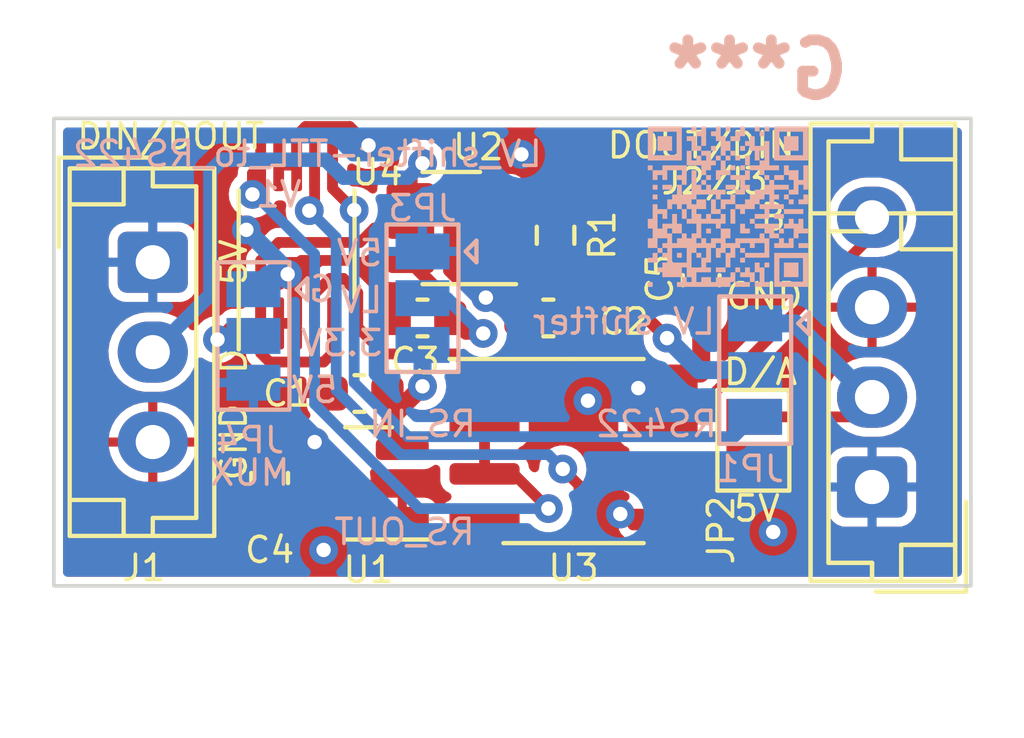
<source format=kicad_pcb>
(kicad_pcb (version 20211014) (generator pcbnew)
  (layers (0 "F.Cu" signal) (31 "B.Cu" signal) (34 "B.Paste" user) (35 "F.Paste" user) (36 "B.SilkS" user "B.Silkscreen") (37 "F.SilkS" user "F.Silkscreen") (38 "B.Mask" user) (39 "F.Mask" user) (44 "Edge.Cuts" user))
  (net 0 "")
  (net 1 "GND")
  (net 2 "+3V3")
  (net 3 "+5V")
  (net 4 "LV_A")
  (net 5 "DOUT{slash}A")
  (net 6 "B")
  (net 7 "LV_B")
  (net 8 "RS")
  (net 9 "MUX")
  (net 10 "RS_Enable")
  (net 11 "Receiver")
  (net 12 "Driver")
  (net 13 "Net-(JP3-Pad2)")
  (net 14 "Net-(U2-Pad3)")
  (net 15 "Net-(U3-Pad6)")
  (footprint "Capacitor_SMD:C_0603_1608Metric" (layer "F.Cu") (at 138.5 80.8)
    (fp_text reference "C2" (at 2.1 0.1) (layer "F.SilkS") (effects (font (size 0.7 0.7) (thickness 0.1))))
    (fp_text value "0.1uF")
    (pad "1" smd roundrect (at -0.775 0) (size 0.9 0.95) (layers "F.Cu" "F.Paste" "F.Mask") (net 3 "+5V"))
    (pad "2" smd roundrect (at 0.775 0) (size 0.9 0.95) (layers "F.Cu" "F.Paste" "F.Mask") (net 1 "GND"))
  )
  (footprint "Resistor_SMD:R_0603_1608Metric" (layer "F.Cu") (at 138.7 78.5 90)
    (fp_text reference "R1" (at 0 1.3 90) (layer "F.SilkS") (effects (font (size 0.7 0.7) (thickness 0.1))))
    (fp_text value "150")
    (pad "1" smd roundrect (at -0.825 0 90) (size 0.8 0.95) (layers "F.Cu" "F.Paste" "F.Mask") (net 4 "LV_A"))
    (pad "2" smd roundrect (at 0.825 0 90) (size 0.8 0.95) (layers "F.Cu" "F.Paste" "F.Mask") (net 14 "Net-(U2-Pad3)"))
  )
  (footprint "Package_TO_SOT_SMD:SOT-23-6" (layer "F.Cu") (at 135.8 78.3 180)
    (fp_text reference "U2" (at -0.75 2.25) (layer "F.SilkS") (effects (font (size 0.7 0.7) (thickness 0.1))))
    (fp_text value "SN74LVC1T45DBV")
    (pad "1" smd roundrect (at -1.1375 -0.95 180) (size 1.325 0.6) (layers "F.Cu" "F.Paste" "F.Mask") (net 3 "+5V"))
    (pad "2" smd roundrect (at -1.1375 0 180) (size 1.325 0.6) (layers "F.Cu" "F.Paste" "F.Mask") (net 1 "GND"))
    (pad "3" smd roundrect (at -1.1375 0.95 180) (size 1.325 0.6) (layers "F.Cu" "F.Paste" "F.Mask") (net 14 "Net-(U2-Pad3)"))
    (pad "4" smd roundrect (at 1.1375 0.95 180) (size 1.325 0.6) (layers "F.Cu" "F.Paste" "F.Mask") (net 7 "LV_B"))
    (pad "5" smd roundrect (at 1.1375 0 180) (size 1.325 0.6) (layers "F.Cu" "F.Paste" "F.Mask") (net 9 "MUX"))
    (pad "6" smd roundrect (at 1.1375 -0.95 180) (size 1.325 0.6) (layers "F.Cu" "F.Paste" "F.Mask") (net 13 "Net-(JP3-Pad2)"))
  )
  (footprint "Package_SO:SOIC-8_3.9x4.9mm_P1.27mm" (layer "F.Cu") (at 139.2 84.5)
    (fp_text reference "U3" (at 0 3.25) (layer "F.SilkS") (effects (font (size 0.7 0.7) (thickness 0.1))))
    (fp_text value "SN75176AD")
    (pad "1" smd roundrect (at -2.475 -1.905) (size 1.95 0.6) (layers "F.Cu" "F.Paste" "F.Mask") (net 11 "Receiver"))
    (pad "2" smd roundrect (at -2.475 -0.635) (size 1.95 0.6) (layers "F.Cu" "F.Paste" "F.Mask") (net 10 "RS_Enable"))
    (pad "3" smd roundrect (at -2.475 0.635) (size 1.95 0.6) (layers "F.Cu" "F.Paste" "F.Mask") (net 10 "RS_Enable"))
    (pad "4" smd roundrect (at -2.475 1.905) (size 1.95 0.6) (layers "F.Cu" "F.Paste" "F.Mask") (net 12 "Driver"))
    (pad "5" smd roundrect (at 2.475 1.905) (size 1.95 0.6) (layers "F.Cu" "F.Paste" "F.Mask") (net 1 "GND"))
    (pad "6" smd roundrect (at 2.475 0.635) (size 1.95 0.6) (layers "F.Cu" "F.Paste" "F.Mask") (net 15 "Net-(U3-Pad6)"))
    (pad "7" smd roundrect (at 2.475 -0.635) (size 1.95 0.6) (layers "F.Cu" "F.Paste" "F.Mask") (net 6 "B"))
    (pad "8" smd roundrect (at 2.475 -1.905) (size 1.95 0.6) (layers "F.Cu" "F.Paste" "F.Mask") (net 3 "+5V"))
  )
  (footprint "Capacitor_SMD:C_0603_1608Metric" (layer "F.Cu") (at 133.25 82.9)
    (fp_text reference "C1" (at -2 0) (layer "F.SilkS") (effects (font (size 0.7 0.7) (thickness 0.1))))
    (fp_text value "0.1uF")
    (pad "1" smd roundrect (at -0.775 0) (size 0.9 0.95) (layers "F.Cu" "F.Paste" "F.Mask") (net 1 "GND"))
    (pad "2" smd roundrect (at 0.775 0) (size 0.9 0.95) (layers "F.Cu" "F.Paste" "F.Mask") (net 2 "+3V3"))
  )
  (footprint "Connector_JST:JST_EH_B3B-EH-A_1x03_P2.50mm_Vertical" (layer "F.Cu") (at 147.5 85.5 90)
    (fp_text reference "J2" (at 8.5 -5.25 180) (layer "F.SilkS") (effects (font (size 0.7 0.7) (thickness 0.1))))
    (fp_text value "Conn_01x03_Female")
    (pad "1" thru_hole roundrect (at 0 0 90) (size 1.7 1.95) (drill 0.95) (layers *.Cu *.Mask) (roundrect_rratio 0.1470588235) (net 3 "+5V"))
    (pad "2" thru_hole oval (at 2.5 0 90) (size 1.7 1.95) (drill 0.95) (layers *.Cu *.Mask) (net 5 "DOUT{slash}A"))
    (pad "3" thru_hole oval (at 5 0 90) (size 1.7 1.95) (drill 0.95) (layers *.Cu *.Mask) (net 1 "GND"))
  )
  (footprint "Capacitor_SMD:C_0603_1608Metric" (layer "F.Cu") (at 142.75 79.75 -90)
    (fp_text reference "C5" (at -0.05 1.15 -90) (layer "F.SilkS") (effects (font (size 0.7 0.7) (thickness 0.1))))
    (fp_text value "0.1uF")
    (pad "1" smd roundrect (at -0.775 0 270) (size 0.9 0.95) (layers "F.Cu" "F.Paste" "F.Mask") (net 1 "GND"))
    (pad "2" smd roundrect (at 0.775 0 270) (size 0.9 0.95) (layers "F.Cu" "F.Paste" "F.Mask") (net 3 "+5V"))
  )
  (footprint "Connector_JST:JST_EH_B4B-EH-A_1x04_P2.50mm_Vertical" (layer "F.Cu") (at 147.5 85.5 90)
    (fp_text reference "J3" (at 8.5 -3.5 180) (layer "F.SilkS") (effects (font (size 0.7 0.7) (thickness 0.1))))
    (fp_text value "Conn_01x04_Female")
    (pad "1" thru_hole roundrect (at 0 0 90) (size 1.7 1.95) (drill 0.95) (layers *.Cu *.Mask) (roundrect_rratio 0.1470588235) (net 3 "+5V"))
    (pad "2" thru_hole oval (at 2.5 0 90) (size 1.7 1.95) (drill 0.95) (layers *.Cu *.Mask) (net 5 "DOUT{slash}A"))
    (pad "3" thru_hole oval (at 5 0 90) (size 1.7 1.95) (drill 0.95) (layers *.Cu *.Mask) (net 1 "GND"))
    (pad "4" thru_hole oval (at 7.5 0 90) (size 1.7 1.95) (drill 0.95) (layers *.Cu *.Mask) (net 6 "B"))
  )
  (footprint "Capacitor_SMD:C_0603_1608Metric" (layer "F.Cu") (at 130.75 85.25 90)
    (fp_text reference "C4" (at -2 0 180) (layer "F.SilkS") (effects (font (size 0.7 0.7) (thickness 0.1))))
    (fp_text value "0.1uF")
    (pad "1" smd roundrect (at -0.775 0 90) (size 0.9 0.95) (layers "F.Cu" "F.Paste" "F.Mask") (net 1 "GND"))
    (pad "2" smd roundrect (at 0.775 0 90) (size 0.9 0.95) (layers "F.Cu" "F.Paste" "F.Mask") (net 3 "+5V"))
  )
  (footprint "Package_TO_SOT_SMD:SOT-23" (layer "F.Cu") (at 133.5 85.4 180)
    (fp_text reference "U1" (at 0 -2.4) (layer "F.SilkS") (effects (font (size 0.7 0.7) (thickness 0.1))))
    (fp_text value "ME6211A33M3G-N")
    (pad "1" smd roundrect (at -0.9375 -0.95 180) (size 1.475 0.6) (layers "F.Cu" "F.Paste" "F.Mask") (net 1 "GND"))
    (pad "2" smd roundrect (at -0.9375 0.95 180) (size 1.475 0.6) (layers "F.Cu" "F.Paste" "F.Mask") (net 2 "+3V3"))
    (pad "3" smd roundrect (at 0.9375 0 180) (size 1.475 0.6) (layers "F.Cu" "F.Paste" "F.Mask") (net 3 "+5V"))
  )
  (footprint "Package_SO:VSSOP-10_3x3mm_P0.5mm" (layer "F.Cu") (at 131.5 78.75 90)
    (fp_text reference "U4" (at 2 2.25 180) (layer "F.SilkS") (effects (font (size 0.7 0.7) (thickness 0.1))))
    (fp_text value "TS5A23159DGS")
    (pad "1" smd roundrect (at -2.2 -1 90) (size 1.45 0.3) (layers "F.Cu" "F.Paste" "F.Mask") (net 9 "MUX"))
    (pad "2" smd roundrect (at -2.2 -0.5 90) (size 1.45 0.3) (layers "F.Cu" "F.Paste" "F.Mask") (net 1 "GND"))
    (pad "3" smd roundrect (at -2.2 0 90) (size 1.45 0.3) (layers "F.Cu" "F.Paste" "F.Mask") (net 1 "GND"))
    (pad "4" smd roundrect (at -2.2 0.5 90) (size 1.45 0.3) (layers "F.Cu" "F.Paste" "F.Mask") (net 11 "Receiver"))
    (pad "5" smd roundrect (at -2.2 1 90) (size 1.45 0.3) (layers "F.Cu" "F.Paste" "F.Mask") (net 9 "MUX"))
    (pad "6" smd roundrect (at 2.2 1 90) (size 1.45 0.3) (layers "F.Cu" "F.Paste" "F.Mask") (net 8 "RS"))
    (pad "7" smd roundrect (at 2.2 0.5 90) (size 1.45 0.3) (layers "F.Cu" "F.Paste" "F.Mask") (net 12 "Driver"))
    (pad "8" smd roundrect (at 2.2 0 90) (size 1.45 0.3) (layers "F.Cu" "F.Paste" "F.Mask") (net 3 "+5V"))
    (pad "9" smd roundrect (at 2.2 -0.5 90) (size 1.45 0.3) (layers "F.Cu" "F.Paste" "F.Mask") (net 3 "+5V"))
    (pad "10" smd roundrect (at 2.2 -1 90) (size 1.45 0.3) (layers "F.Cu" "F.Paste" "F.Mask") (net 10 "RS_Enable"))
  )
  (footprint "Connector_JST:JST_EH_B3B-EH-A_1x03_P2.50mm_Vertical" (layer "F.Cu") (at 127.5 79.25 -90)
    (fp_text reference "J1" (at 8.5 0.25 180) (layer "F.SilkS") (effects (font (size 0.7 0.7) (thickness 0.1))))
    (fp_text value "Conn_01x03_Female")
    (pad "1" thru_hole roundrect (at 0 0 270) (size 1.7 1.95) (drill 0.95) (layers *.Cu *.Mask) (roundrect_rratio 0.1470588235) (net 3 "+5V"))
    (pad "2" thru_hole oval (at 2.5 0 270) (size 1.7 1.95) (drill 0.95) (layers *.Cu *.Mask) (net 7 "LV_B"))
    (pad "3" thru_hole oval (at 5 0 270) (size 1.7 1.95) (drill 0.95) (layers *.Cu *.Mask) (net 1 "GND"))
  )
  (footprint "Capacitor_SMD:C_0603_1608Metric" (layer "F.Cu") (at 135 80.8)
    (fp_text reference "C3" (at -0.2 1.2) (layer "F.SilkS") (effects (font (size 0.7 0.7) (thickness 0.1))))
    (fp_text value "0.1uF")
    (pad "1" smd roundrect (at -0.775 0) (size 0.9 0.95) (layers "F.Cu" "F.Paste" "F.Mask") (net 1 "GND"))
    (pad "2" smd roundrect (at 0.775 0) (size 0.9 0.95) (layers "F.Cu" "F.Paste" "F.Mask") (net 13 "Net-(JP3-Pad2)"))
  )
  (footprint "Jumper:SolderJumper-2_P1.3mm_Open_Pad1.0x1.5mm" (layer "F.Cu") (at 144.2 84.2 -90)
    (fp_text reference "JP2" (at 2.5 0.9 90) (layer "F.SilkS") (effects (font (size 0.7 0.7) (thickness 0.1))))
    (fp_text value "SolderJumper_2_Open")
    (pad "1" smd rect (at -0.65 0 270) (size 1 1.5) (layers "F.Cu" "F.Mask") (net 5 "DOUT{slash}A"))
    (pad "2" smd rect (at 0.65 0 270) (size 1 1.5) (layers "F.Cu" "F.Mask") (net 15 "Net-(U3-Pad6)"))
  )
  (footprint "LOGO" (layer "B.Cu") (at 143.5 77.7 180)
    (fp_text reference "G***" (at -0.8 3.8) (layer "B.SilkS") (effects (font (size 1.524 1.524) (thickness 0.3)) (justify mirror)))
    (fp_text value "LOGO" hide)
  )
  (footprint "Jumper:SolderJumper-3_P1.3mm_Open_Pad1.0x1.5mm" (layer "B.Cu") (at 144.25 82.25 -90)
    (fp_text reference "JP1" (at 2.75 0.15 180) (layer "B.SilkS") (effects (font (size 0.7 0.7) (thickness 0.1)) (justify mirror)))
    (fp_text value "SolderJumper_3_Open")
    (pad "1" smd rect (at -1.3 0 270) (size 1 1.5) (layers "B.Cu" "B.Mask") (net 5 "DOUT{slash}A"))
    (pad "2" smd rect (at 0 0 270) (size 1 1.5) (layers "B.Cu" "B.Mask") (net 4 "LV_A"))
    (pad "3" smd rect (at 1.3 0 270) (size 1 1.5) (layers "B.Cu" "B.Mask") (net 8 "RS"))
  )
  (footprint "Jumper:SolderJumper-3_P1.3mm_Open_Pad1.0x1.5mm" (layer "B.Cu") (at 130.3 81.3 -90)
    (fp_text reference "JP4" (at 2.9 0.1) (layer "B.SilkS") (effects (font (size 0.7 0.7) (thickness 0.1)) (justify mirror)))
    (fp_text value "SolderJumper_3_Open")
    (pad "1" smd rect (at -1.3 0 270) (size 1 1.5) (layers "B.Cu" "B.Mask") (net 1 "GND"))
    (pad "2" smd rect (at 0 0 270) (size 1 1.5) (layers "B.Cu" "B.Mask") (net 9 "MUX"))
    (pad "3" smd rect (at 1.3 0 270) (size 1 1.5) (layers "B.Cu" "B.Mask") (net 3 "+5V"))
  )
  (footprint "Jumper:SolderJumper-3_P1.3mm_Open_Pad1.0x1.5mm" (layer "B.Cu") (at 135 80.25 -90)
    (fp_text reference "JP3" (at -2.5 0 180) (layer "B.SilkS") (effects (font (size 0.7 0.7) (thickness 0.1)) (justify mirror)))
    (fp_text value "SolderJumper_3_Open")
    (pad "1" smd rect (at -1.3 0 270) (size 1 1.5) (layers "B.Cu" "B.Mask") (net 3 "+5V"))
    (pad "2" smd rect (at 0 0 270) (size 1 1.5) (layers "B.Cu" "B.Mask") (net 13 "Net-(JP3-Pad2)"))
    (pad "3" smd rect (at 1.3 0 270) (size 1 1.5) (layers "B.Cu" "B.Mask") (net 2 "+3V3"))
  )
  (gr_rect (start 124.75 75.25) (end 150.25 88.25) (layer "Edge.Cuts") (width 0.1) (fill none))
  (gr_text "5V" (at 133.25 79) (layer "B.SilkS") (effects (font (size 0.7 0.7) (thickness 0.1)) (justify mirror)))
  (gr_text "3.3V" (at 132.75 81.5) (layer "B.SilkS") (effects (font (size 0.7 0.7) (thickness 0.1)) (justify mirror)))
  (gr_text "G" (at 132.2 80) (layer "B.SilkS") (effects (font (size 0.7 0.7) (thickness 0.1)) (justify mirror)))
  (gr_text "RS_IN" (at 135 83.75) (layer "B.SilkS") (effects (font (size 0.7 0.7) (thickness 0.1)) (justify mirror)))
  (gr_text "RS422" (at 141.5 83.75) (layer "B.SilkS") (effects (font (size 0.7 0.7) (thickness 0.1)) (justify mirror)))
  (gr_text "RS_OUT" (at 134.5 86.75) (layer "B.SilkS") (effects (font (size 0.7 0.7) (thickness 0.1)) (justify mirror)))
  (gr_text "LV_shifter-TTL_to_RS422\n   V1" (at 131.8 76.8) (layer "B.SilkS") (effects (font (size 0.7 0.7) (thickness 0.1)) (justify mirror)))
  (gr_text "LV" (at 133.3 80.3) (layer "B.SilkS") (effects (font (size 0.7 0.7) (thickness 0.1)) (justify mirror)))
  (gr_text "LV shifter" (at 140.6 80.9) (layer "B.SilkS") (effects (font (size 0.7 0.7) (thickness 0.1)) (justify mirror)))
  (gr_text "MUX" (at 130.2 85.1) (layer "B.SilkS") (effects (font (size 0.7 0.7) (thickness 0.1)) (justify mirror)))
  (gr_text "5V" (at 132 82.8) (layer "B.SilkS") (effects (font (size 0.7 0.7) (thickness 0.1)) (justify mirror)))
  (gr_text "B" (at 144.75 78) (layer "F.SilkS") (effects (font (size 0.7 0.7) (thickness 0.1))))
  (gr_text "/" (at 143.25 77) (layer "F.SilkS") (effects (font (size 0.7 0.7) (thickness 0.1))))
  (gr_text "GND" (at 129.75 84.25 90) (layer "F.SilkS") (effects (font (size 0.7 0.7) (thickness 0.1))))
  (gr_text "5V" (at 144.3 86.1) (layer "F.SilkS") (effects (font (size 0.7 0.7) (thickness 0.1))))
  (gr_text "DIN/DOUT" (at 128 75.75) (layer "F.SilkS") (effects (font (size 0.7 0.7) (thickness 0.1))))
  (gr_text "GND" (at 144.5 80.2) (layer "F.SilkS") (effects (font (size 0.7 0.7) (thickness 0.1))))
  (gr_text "5V" (at 129.75 79.25 90) (layer "F.SilkS") (effects (font (size 0.7 0.7) (thickness 0.1))))
  (gr_text "D/A" (at 144.4 82.3) (layer "F.SilkS") (effects (font (size 0.7 0.7) (thickness 0.1))))
  (gr_text "DOUT/DIN" (at 142.75 76) (layer "F.SilkS") (effects (font (size 0.7 0.7) (thickness 0.1))))
  (gr_text "D" (at 129.75 82 90) (layer "F.SilkS") (effects (font (size 0.7 0.7) (thickness 0.1))))
  (segment (start 134.225 80.418572) (end 133.006907 79.20048) (width 0.3) (layer "F.Cu") (net 1))
  (segment (start 134.225 80.8) (end 134.225 80.418572) (width 0.3) (layer "F.Cu") (net 1))
  (segment (start 131.2505 79.581922) (end 131.5 79.831422) (width 0.3) (layer "F.Cu") (net 1))
  (segment (start 131.5 79.831422) (end 131.5 80.95) (width 0.3) (layer "F.Cu") (net 1))
  (segment (start 133.006907 79.20048) (end 131.631942 79.20048) (width 0.3) (layer "F.Cu") (net 1))
  (segment (start 131.631942 79.20048) (end 131.2505 79.581922) (width 0.3) (layer "F.Cu") (net 1))
  (segment (start 131 80.95) (end 131.5 80.95) (width 0.3) (layer "F.Cu") (net 1))
  (via (at 139.6 83.1) (size 0.8) (drill 0.4) (layers "F.Cu" "B.Cu") (net 1))
  (via (at 131.2505 79.581922) (size 0.8) (drill 0.4) (layers "F.Cu" "B.Cu") (net 1))
  (via (at 132.25 87.25) (size 0.8) (drill 0.4) (layers "F.Cu" "B.Cu") (net 1))
  (via (at 130.102631 78.348757) (size 0.8) (drill 0.4) (layers "F.Cu" "B.Cu") (net 1))
  (via (at 144.75 86.75) (size 0.8) (drill 0.4) (layers "F.Cu" "B.Cu") (net 1))
  (via (at 137.75 76.25) (size 0.8) (drill 0.4) (layers "F.Cu" "B.Cu") (net 1))
  (via (at 140.5 86.25) (size 0.8) (drill 0.4) (layers "F.Cu" "B.Cu") (net 1))
  (segment (start 131.2505 79.581922) (end 130.718078 79.581922) (width 0.5) (layer "B.Cu") (net 1))
  (segment (start 130.718078 79.581922) (end 130.3 80) (width 0.5) (layer "B.Cu") (net 1))
  (segment (start 131.2505 79.496626) (end 131.2505 79.581922) (width 0.5) (layer "B.Cu") (net 1))
  (segment (start 130.102631 78.348757) (end 131.2505 79.496626) (width 0.5) (layer "B.Cu") (net 1))
  (segment (start 134.1125 83.975) (end 134.4375 84.3) (width 0.5) (layer "F.Cu") (net 2))
  (segment (start 135 82.7) (end 134.1125 83.5875) (width 0.5) (layer "F.Cu") (net 2))
  (segment (start 134.1125 83.5875) (end 134.1125 83.975) (width 0.5) (layer "F.Cu") (net 2))
  (via (at 135 82.7) (size 0.8) (drill 0.4) (layers "F.Cu" "B.Cu") (net 2))
  (segment (start 135 82.7) (end 135 81.55) (width 0.5) (layer "B.Cu") (net 2))
  (segment (start 132 84.25) (end 132 84.6875) (width 0.5) (layer "F.Cu") (net 3))
  (segment (start 141 82.75) (end 141.5 82.75) (width 0.5) (layer "F.Cu") (net 3))
  (segment (start 131.5 76.55) (end 131.5 75.724639) (width 0.3) (layer "F.Cu") (net 3))
  (segment (start 142.75 80.6125) (end 142.75 82.32) (width 0.5) (layer "F.Cu") (net 3))
  (segment (start 142.75 82.32) (end 142.725 82.345) (width 0.5) (layer "F.Cu") (net 3))
  (segment (start 131.5 75.724639) (end 131.749159 75.47548) (width 0.3) (layer "F.Cu") (net 3))
  (segment (start 137.157885 80.232885) (end 137.725 80.8) (width 0.35) (layer "F.Cu") (net 3))
  (segment (start 136.761078 79.426422) (end 136.9375 79.25) (width 0.35) (layer "F.Cu") (net 3))
  (segment (start 131.5 76.55) (end 131 76.55) (width 0.3) (layer "F.Cu") (net 3))
  (segment (start 133.5 76) (end 132.97548 75.47548) (width 0.3) (layer "F.Cu") (net 3))
  (segment (start 141.5 82.75) (end 141.905 82.345) (width 0.5) (layer "F.Cu") (net 3))
  (segment (start 132.97548 75.47548) (end 131.749159 75.47548) (width 0.3) (layer "F.Cu") (net 3))
  (segment (start 131.8625 84.3875) (end 132 84.25) (width 0.5) (layer "F.Cu") (net 3))
  (segment (start 136.761078 80.232885) (end 137.157885 80.232885) (width 0.35) (layer "F.Cu") (net 3))
  (segment (start 141.905 82.345) (end 142.725 82.345) (width 0.5) (layer "F.Cu") (net 3))
  (segment (start 130.75 84.3875) (end 131.8625 84.3875) (width 0.5) (layer "F.Cu") (net 3))
  (segment (start 132 84.6875) (end 132.5625 85.25) (width 0.5) (layer "F.Cu") (net 3))
  (segment (start 136.761078 80.232885) (end 136.761078 79.426422) (width 0.35) (layer "F.Cu") (net 3))
  (via (at 132 84.25) (size 0.8) (drill 0.4) (layers "F.Cu" "B.Cu") (net 3))
  (via (at 133.5 76) (size 0.8) (drill 0.4) (layers "F.Cu" "B.Cu") (net 3))
  (via (at 136.761078 80.232885) (size 0.8) (drill 0.4) (layers "F.Cu" "B.Cu") (net 3))
  (via (at 141 82.75) (size 0.8) (drill 0.4) (layers "F.Cu" "B.Cu") (net 3))
  (segment (start 138.7 79.325) (end 139.764919 79.325) (width 0.35) (layer "F.Cu") (net 4))
  (segment (start 139.764919 79.325) (end 141.8 81.360081) (width 0.35) (layer "F.Cu") (net 4))
  (via (at 141.8 81.360081) (size 0.8) (drill 0.4) (layers "F.Cu" "B.Cu") (net 4))
  (segment (start 142.689919 82.25) (end 144.25 82.25) (width 0.5) (layer "B.Cu") (net 4))
  (segment (start 141.8 81.360081) (end 142.689919 82.25) (width 0.5) (layer "B.Cu") (net 4))
  (segment (start 141.8 81.360081) (end 141.710081 81.360081) (width 0.5) (layer "B.Cu") (net 4))
  (segment (start 144.2 83.55) (end 146.95 83.55) (width 0.3) (layer "F.Cu") (net 5))
  (segment (start 146.95 83.55) (end 147.5 83) (width 0.3) (layer "F.Cu") (net 5))
  (segment (start 145.35 80.95) (end 147.4 83) (width 0.5) (layer "B.Cu") (net 5))
  (segment (start 147.4 83) (end 147.5 83) (width 0.5) (layer "B.Cu") (net 5))
  (segment (start 144.25 80.95) (end 145.35 80.95) (width 0.5) (layer "B.Cu") (net 5))
  (segment (start 141.675 83.865) (end 142.335 83.865) (width 0.3) (layer "F.Cu") (net 6))
  (segment (start 143.100489 82.899511) (end 147.5 78.5) (width 0.3) (layer "F.Cu") (net 6))
  (segment (start 142.335 83.865) (end 143.100489 83.099511) (width 0.3) (layer "F.Cu") (net 6))
  (segment (start 143.100489 83.099511) (end 143.100489 82.899511) (width 0.3) (layer "F.Cu") (net 6))
  (segment (start 147.5 78.5) (end 147.5 78) (width 0.3) (layer "F.Cu") (net 6))
  (segment (start 135 76.5) (end 134.6625 76.8375) (width 0.4) (layer "F.Cu") (net 7))
  (segment (start 134.6625 76.8375) (end 134.6625 77.35) (width 0.4) (layer "F.Cu") (net 7))
  (via (at 135 76.5) (size 0.8) (drill 0.4) (layers "F.Cu" "B.Cu") (net 7))
  (segment (start 129.1 76.727648) (end 129.1 80.15) (width 0.4) (layer "B.Cu") (net 7))
  (segment (start 129.1 80.15) (end 127.5 81.75) (width 0.4) (layer "B.Cu") (net 7))
  (segment (start 132.3 76.4) (end 129.427648 76.4) (width 0.4) (layer "B.Cu") (net 7))
  (segment (start 132.8 76.9) (end 132.3 76.4) (width 0.4) (layer "B.Cu") (net 7))
  (segment (start 129.427648 76.4) (end 129.1 76.727648) (width 0.4) (layer "B.Cu") (net 7))
  (segment (start 134.6 76.9) (end 132.8 76.9) (width 0.4) (layer "B.Cu") (net 7))
  (segment (start 135 76.5) (end 134.6 76.9) (width 0.4) (layer "B.Cu") (net 7))
  (segment (start 132.5 77.2) (end 132.5 76.55) (width 0.3) (layer "F.Cu") (net 8))
  (segment (start 133.1 77.8) (end 132.5 77.2) (width 0.3) (layer "F.Cu") (net 8))
  (via (at 133.1 77.8) (size 0.8) (drill 0.4) (layers "F.Cu" "B.Cu") (net 8))
  (segment (start 133.1 77.8) (end 133.1 82.6) (width 0.3) (layer "B.Cu") (net 8))
  (segment (start 134.6 84.1) (end 143.7 84.1) (width 0.3) (layer "B.Cu") (net 8))
  (segment (start 143.7 84.1) (end 144.25 83.55) (width 0.3) (layer "B.Cu") (net 8))
  (segment (start 133.1 82.6) (end 134.6 84.1) (width 0.3) (layer "B.Cu") (net 8))
  (segment (start 144.25 83.65) (end 144.25 83.55) (width 0.5) (layer "B.Cu") (net 8))
  (segment (start 130.5 79.2) (end 131 78.7) (width 0.3) (layer "F.Cu") (net 9))
  (segment (start 130.5 80.95) (end 130.5 79.2) (width 0.3) (layer "F.Cu") (net 9))
  (segment (start 132.5 80.95) (end 132.5 81.775361) (width 0.3) (layer "F.Cu") (net 9))
  (segment (start 130.5 80.95) (end 129.75 80.95) (width 0.3) (layer "F.Cu") (net 9))
  (segment (start 130.749159 82.02452) (end 130.5 81.775361) (width 0.3) (layer "F.Cu") (net 9))
  (segment (start 132.250841 82.02452) (end 130.749159 82.02452) (width 0.3) (layer "F.Cu") (net 9))
  (segment (start 133.25997 78.7) (end 133.65997 78.3) (width 0.3) (layer "F.Cu") (net 9))
  (segment (start 130.5 81.775361) (end 130.5 80.95) (width 0.3) (layer "F.Cu") (net 9))
  (segment (start 132.5 81.775361) (end 132.250841 82.02452) (width 0.3) (layer "F.Cu") (net 9))
  (segment (start 133.65997 78.3) (end 134.6625 78.3) (width 0.3) (layer "F.Cu") (net 9))
  (segment (start 129.75 80.95) (end 129.3 81.4) (width 0.3) (layer "F.Cu") (net 9))
  (segment (start 131 78.7) (end 133.25997 78.7) (width 0.3) (layer "F.Cu") (net 9))
  (via (at 129.3 81.4) (size 0.8) (drill 0.4) (layers "F.Cu" "B.Cu") (net 9))
  (segment (start 130.2 81.4) (end 130.3 81.3) (width 0.3) (layer "B.Cu") (net 9))
  (segment (start 129.3 81.4) (end 130.2 81.4) (width 0.3) (layer "B.Cu") (net 9))
  (segment (start 138.5 86.1) (end 137.535 85.135) (width 0.3) (layer "F.Cu") (net 10))
  (segment (start 130.270609 77.363473) (end 130.270609 76.779391) (width 0.3) (layer "F.Cu") (net 10))
  (segment (start 137.535 85.135) (end 136.725 85.135) (width 0.3) (layer "F.Cu") (net 10))
  (segment (start 136.725 85.135) (end 136.725 83.865) (width 0.3) (layer "F.Cu") (net 10))
  (segment (start 130.270609 76.779391) (end 130.5 76.55) (width 0.3) (layer "F.Cu") (net 10))
  (via (at 138.5 86.1) (size 0.8) (drill 0.4) (layers "F.Cu" "B.Cu") (net 10))
  (via (at 130.270609 77.363473) (size 0.8) (drill 0.4) (layers "F.Cu" "B.Cu") (net 10))
  (segment (start 130.340202 77.363473) (end 132 79.023271) (width 0.3) (layer "B.Cu") (net 10))
  (segment (start 132 79.023271) (end 132 83.19003) (width 0.3) (layer "B.Cu") (net 10))
  (segment (start 132 83.19003) (end 134.90997 86.1) (width 0.3) (layer "B.Cu") (net 10))
  (segment (start 134.90997 86.1) (end 138.5 86.1) (width 0.3) (layer "B.Cu") (net 10))
  (segment (start 130.270609 77.363473) (end 130.340202 77.363473) (width 0.3) (layer "B.Cu") (net 10))
  (segment (start 133.937507 81.8) (end 135.93 81.8) (width 0.3) (layer "F.Cu") (net 11))
  (segment (start 132 80.95) (end 132 80.124639) (width 0.3) (layer "F.Cu") (net 11))
  (segment (start 133.2 80.1) (end 133.2 81.062493) (width 0.3) (layer "F.Cu") (net 11))
  (segment (start 132.424639 79.7) (end 132.8 79.7) (width 0.3) (layer "F.Cu") (net 11))
  (segment (start 135.93 81.8) (end 136.725 82.595) (width 0.3) (layer "F.Cu") (net 11))
  (segment (start 132 80.124639) (end 132.424639 79.7) (width 0.3) (layer "F.Cu") (net 11))
  (segment (start 132.8 79.7) (end 133.2 80.1) (width 0.3) (layer "F.Cu") (net 11))
  (segment (start 133.2 81.062493) (end 133.937507 81.8) (width 0.3) (layer "F.Cu") (net 11))
  (segment (start 132 76.55) (end 132 77.666883) (width 0.3) (layer "F.Cu") (net 12))
  (segment (start 138.910459 86.949511) (end 137.269511 86.949511) (width 0.3) (layer "F.Cu") (net 12))
  (segment (start 137.269511 86.949511) (end 136.725 86.405) (width 0.3) (layer "F.Cu") (net 12))
  (segment (start 132 77.666883) (end 131.851791 77.815092) (width 0.3) (layer "F.Cu") (net 12))
  (segment (start 139.349511 85.449511) (end 139.349511 86.510459) (width 0.3) (layer "F.Cu") (net 12))
  (segment (start 139.349511 86.510459) (end 138.910459 86.949511) (width 0.3) (layer "F.Cu") (net 12))
  (segment (start 138.9 85) (end 139.349511 85.449511) (width 0.3) (layer "F.Cu") (net 12))
  (via (at 131.851791 77.815092) (size 0.8) (drill 0.4) (layers "F.Cu" "B.Cu") (net 12))
  (via (at 138.9 85) (size 0.8) (drill 0.4) (layers "F.Cu" "B.Cu") (net 12))
  (segment (start 131.851791 77.815092) (end 131.855122 77.815092) (width 0.3) (layer "B.Cu") (net 12))
  (segment (start 132.600481 82.806908) (end 132.60048 78.56045) (width 0.3) (layer "B.Cu") (net 12))
  (segment (start 134.393092 84.599519) (end 132.600481 82.806908) (width 0.3) (layer "B.Cu") (net 12))
  (segment (start 138.9 85) (end 138.499519 84.599519) (width 0.3) (layer "B.Cu") (net 12))
  (segment (start 131.855122 77.815092) (end 132.60048 78.56045) (width 0.3) (layer "B.Cu") (net 12))
  (segment (start 138.499519 84.599519) (end 134.393092 84.599519) (width 0.3) (layer "B.Cu") (net 12))
  (segment (start 136.204682 81.229682) (end 135.775 80.8) (width 0.35) (layer "F.Cu") (net 13))
  (segment (start 135.775 80.8) (end 135.775 80.3625) (width 0.35) (layer "F.Cu") (net 13))
  (segment (start 136.687576 81.229682) (end 136.204682 81.229682) (width 0.35) (layer "F.Cu") (net 13))
  (segment (start 135.775 80.3625) (end 134.6625 79.25) (width 0.35) (layer "F.Cu") (net 13))
  (via (at 136.687576 81.229682) (size 0.8) (drill 0.4) (layers "F.Cu" "B.Cu") (net 13))
  (segment (start 135.682868 80.25) (end 135 80.25) (width 0.35) (layer "B.Cu") (net 13))
  (segment (start 136.66255 81.229682) (end 135.682868 80.25) (width 0.35) (layer "B.Cu") (net 13))
  (segment (start 136.687576 81.229682) (end 136.66255 81.229682) (width 0.35) (layer "B.Cu") (net 13))
  (segment (start 138.375 77.35) (end 138.7 77.675) (width 0.35) (layer "F.Cu") (net 14))
  (segment (start 136.9375 77.35) (end 138.375 77.35) (width 0.35) (layer "F.Cu") (net 14))
  (segment (start 143.915 85.135) (end 144.2 84.85) (width 0.3) (layer "F.Cu") (net 15))
  (segment (start 141.675 85.135) (end 143.915 85.135) (width 0.3) (layer "F.Cu") (net 15))
  (zone (net 1) (net_name "GND") (layer "F.Cu") (connect_pads (clearance 0.254)) (min_thickness 0.254) (fill yes (thermal_gap 0.254) (thermal_bridge_width 0.254))
    (polygon (pts (xy 150.25 88.25) (xy 124.75 88.25) (xy 124.75 75.25) (xy 150.25 75.25)))
  )
  (zone (net 3) (net_name "+5V") (layer "B.Cu") (connect_pads (clearance 0.254)) (min_thickness 0.254) (fill yes (thermal_gap 0.254) (thermal_bridge_width 0.254))
    (polygon (pts (xy 150.25 88.25) (xy 124.75 88.25) (xy 124.75 75.25) (xy 150.25 75.25)))
  )
)
</source>
